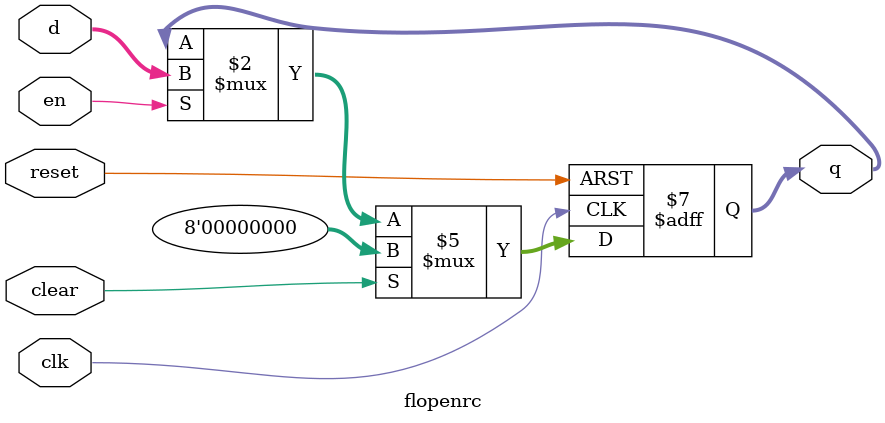
<source format=v>
module flopenrc #(parameter WIDTH = 8)
					  (input clk, reset, input en, clear, input [WIDTH-1:0] d, output reg [WIDTH-1:0] q);

	always @(posedge clk, posedge reset)
		if (reset) q <= #1 0;
		else if (clear) q <= #1 0;
				else if (en) q <= #1 d;

endmodule

</source>
